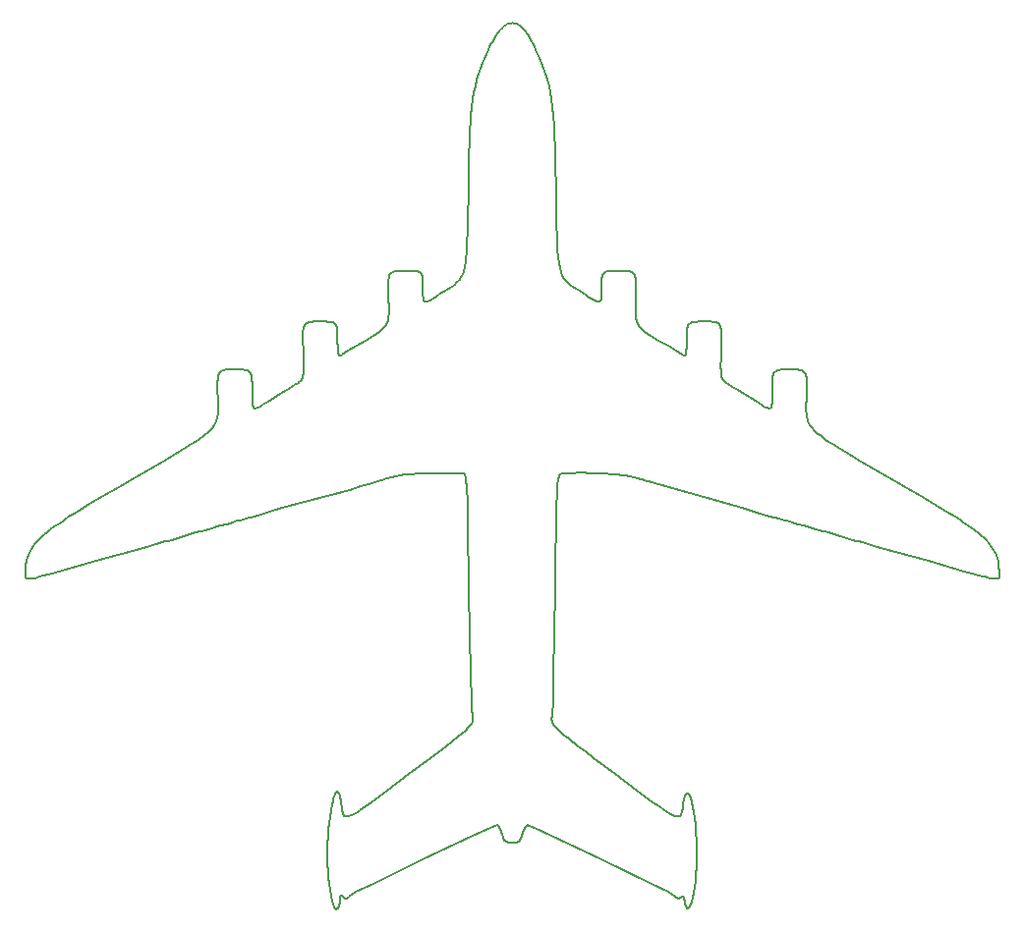
<source format=gbr>
G04 #@! TF.GenerationSoftware,KiCad,Pcbnew,(6.99.0-2452-gdb4f2d9dd8)*
G04 #@! TF.CreationDate,2022-07-29T13:50:10-05:00*
G04 #@! TF.ProjectId,an225,616e3232-352e-46b6-9963-61645f706362,rev?*
G04 #@! TF.SameCoordinates,Original*
G04 #@! TF.FileFunction,Profile,NP*
%FSLAX46Y46*%
G04 Gerber Fmt 4.6, Leading zero omitted, Abs format (unit mm)*
G04 Created by KiCad (PCBNEW (6.99.0-2452-gdb4f2d9dd8)) date 2022-07-29 13:50:10*
%MOMM*%
%LPD*%
G01*
G04 APERTURE LIST*
G04 #@! TA.AperFunction,Profile*
%ADD10C,0.150000*%
G04 #@! TD*
G04 APERTURE END LIST*
D10*
X120025570Y-45922147D02*
X120152004Y-45949285D01*
X120278535Y-45994515D01*
X120405210Y-46057837D01*
X120532076Y-46139251D01*
X120659183Y-46238757D01*
X120786578Y-46356355D01*
X120914309Y-46492044D01*
X121042425Y-46645826D01*
X121170972Y-46817700D01*
X121300000Y-47007666D01*
X121429556Y-47215724D01*
X121559688Y-47441874D01*
X121690444Y-47686115D01*
X121821873Y-47948449D01*
X121954022Y-48228875D01*
X122202201Y-48782508D01*
X122423433Y-49306132D01*
X122619469Y-49812235D01*
X122792061Y-50313302D01*
X122942959Y-50821821D01*
X123073915Y-51350278D01*
X123186680Y-51911160D01*
X123283004Y-52516953D01*
X123364640Y-53180145D01*
X123433338Y-53913221D01*
X123490849Y-54728670D01*
X123538924Y-55638976D01*
X123579314Y-56656627D01*
X123613772Y-57794110D01*
X123671890Y-60478518D01*
X123719410Y-62900268D01*
X123776153Y-64733590D01*
X123814785Y-65460465D01*
X123863884Y-66077282D01*
X123926172Y-66596391D01*
X124004367Y-67030141D01*
X124101192Y-67390881D01*
X124219366Y-67690962D01*
X124361611Y-67942733D01*
X124530645Y-68158543D01*
X124729191Y-68350743D01*
X124959969Y-68531681D01*
X125529101Y-68909173D01*
X126238318Y-69361760D01*
X126522302Y-69538913D01*
X126763785Y-69682753D01*
X126966202Y-69792864D01*
X127132990Y-69868830D01*
X127204097Y-69893879D01*
X127267586Y-69910236D01*
X127323885Y-69917849D01*
X127373424Y-69916666D01*
X127416634Y-69906636D01*
X127453943Y-69887705D01*
X127485780Y-69859823D01*
X127512576Y-69822938D01*
X127534761Y-69776997D01*
X127552762Y-69721948D01*
X127567011Y-69657741D01*
X127577936Y-69584322D01*
X127591534Y-69409642D01*
X127596993Y-69197494D01*
X127597237Y-68659131D01*
X127600195Y-68204033D01*
X127607220Y-68019907D01*
X127620902Y-67862037D01*
X127630932Y-67792316D01*
X127643457Y-67728403D01*
X127658757Y-67670043D01*
X127677106Y-67616984D01*
X127698784Y-67568975D01*
X127724067Y-67525763D01*
X127753232Y-67487095D01*
X127786557Y-67452719D01*
X127824320Y-67422382D01*
X127866797Y-67395831D01*
X127914266Y-67372816D01*
X127967004Y-67353082D01*
X128025288Y-67336378D01*
X128089397Y-67322450D01*
X128159606Y-67311048D01*
X128236194Y-67301917D01*
X128409615Y-67289462D01*
X128611877Y-67283067D01*
X129111803Y-67280374D01*
X129378386Y-67280953D01*
X129611576Y-67285006D01*
X129813476Y-67296008D01*
X129903349Y-67305201D01*
X129986189Y-67317434D01*
X130062258Y-67333140D01*
X130131820Y-67352756D01*
X130195137Y-67376715D01*
X130252472Y-67405450D01*
X130304089Y-67439397D01*
X130350249Y-67478990D01*
X130391217Y-67524663D01*
X130427256Y-67576851D01*
X130458627Y-67635987D01*
X130485595Y-67702506D01*
X130508421Y-67776843D01*
X130527370Y-67859430D01*
X130542704Y-67950704D01*
X130554686Y-68051098D01*
X130563579Y-68161047D01*
X130569646Y-68280984D01*
X130574354Y-68552561D01*
X130570914Y-68869305D01*
X130548004Y-69652189D01*
X130526142Y-70437511D01*
X130525184Y-70760042D01*
X130534724Y-71042887D01*
X130557650Y-71291350D01*
X130575035Y-71404345D01*
X130596850Y-71510732D01*
X130623454Y-71611174D01*
X130655209Y-71706333D01*
X130692476Y-71796874D01*
X130735616Y-71883457D01*
X130784990Y-71966746D01*
X130840958Y-72047404D01*
X130903882Y-72126093D01*
X130974122Y-72203476D01*
X131052040Y-72280215D01*
X131137996Y-72356974D01*
X131335466Y-72513201D01*
X131569421Y-72677457D01*
X131842746Y-72855045D01*
X132519061Y-73271422D01*
X133329890Y-73761816D01*
X134022589Y-74174912D01*
X134523645Y-74467267D01*
X134679332Y-74554591D01*
X134759540Y-74595437D01*
X134769333Y-74597386D01*
X134779003Y-74595392D01*
X134788536Y-74589549D01*
X134797920Y-74579948D01*
X134807143Y-74566682D01*
X134816193Y-74549842D01*
X134825058Y-74529521D01*
X134833725Y-74505810D01*
X134850417Y-74448589D01*
X134866171Y-74378914D01*
X134880889Y-74297523D01*
X134894475Y-74205150D01*
X134906828Y-74102534D01*
X134917853Y-73990410D01*
X134927450Y-73869514D01*
X134935521Y-73740583D01*
X134941970Y-73604353D01*
X134946697Y-73461561D01*
X134949605Y-73312942D01*
X134950596Y-73159234D01*
X134953563Y-72659891D01*
X134960610Y-72457864D01*
X134974332Y-72284645D01*
X134984392Y-72208147D01*
X134996955Y-72138019D01*
X135012299Y-72073985D01*
X135030704Y-72015769D01*
X135052446Y-71963092D01*
X135077804Y-71915678D01*
X135107056Y-71873251D01*
X135140480Y-71835532D01*
X135178355Y-71802246D01*
X135220958Y-71773115D01*
X135268568Y-71747861D01*
X135321463Y-71726209D01*
X135379921Y-71707881D01*
X135444220Y-71692599D01*
X135514639Y-71680088D01*
X135591454Y-71670070D01*
X135765391Y-71656404D01*
X135968255Y-71649387D01*
X136469667Y-71646432D01*
X136737042Y-71647043D01*
X136970913Y-71651316D01*
X137173381Y-71662914D01*
X137263495Y-71672605D01*
X137346545Y-71685500D01*
X137422794Y-71702059D01*
X137492505Y-71722737D01*
X137555940Y-71747994D01*
X137613361Y-71778287D01*
X137665031Y-71814074D01*
X137711212Y-71855813D01*
X137752168Y-71903961D01*
X137788160Y-71958977D01*
X137819450Y-72021318D01*
X137846302Y-72091443D01*
X137868978Y-72169808D01*
X137887740Y-72256872D01*
X137902851Y-72353092D01*
X137914573Y-72458927D01*
X137923169Y-72574834D01*
X137928901Y-72701272D01*
X137932823Y-72987568D01*
X137928441Y-73321478D01*
X137903158Y-74146792D01*
X137876936Y-74973305D01*
X137870316Y-75310060D01*
X137869883Y-75601895D01*
X137877028Y-75853372D01*
X137893146Y-76069050D01*
X137919631Y-76253491D01*
X137957874Y-76411256D01*
X138009270Y-76546905D01*
X138040335Y-76607862D01*
X138075211Y-76665000D01*
X138157092Y-76770101D01*
X138256306Y-76866769D01*
X138374246Y-76959564D01*
X138512305Y-77053049D01*
X138854355Y-77260327D01*
X139338513Y-77550486D01*
X139890341Y-77887248D01*
X140441888Y-78228838D01*
X140925204Y-78533480D01*
X141388080Y-78826718D01*
X141574487Y-78938518D01*
X141733727Y-79024981D01*
X141803827Y-79058212D01*
X141867937Y-79084512D01*
X141926324Y-79103681D01*
X141979256Y-79115519D01*
X142026999Y-79119828D01*
X142069822Y-79116408D01*
X142107992Y-79105060D01*
X142141775Y-79085585D01*
X142171440Y-79057784D01*
X142197254Y-79021457D01*
X142219483Y-78976405D01*
X142238396Y-78922429D01*
X142254260Y-78859331D01*
X142267341Y-78786909D01*
X142277908Y-78704967D01*
X142286228Y-78613303D01*
X142297194Y-78400017D01*
X142302379Y-78145457D01*
X142303961Y-77506144D01*
X142306935Y-76937273D01*
X142313998Y-76707116D01*
X142327751Y-76509778D01*
X142337834Y-76422628D01*
X142350426Y-76342735D01*
X142365806Y-76269785D01*
X142384253Y-76203463D01*
X142406045Y-76143451D01*
X142431461Y-76089436D01*
X142460781Y-76041101D01*
X142494282Y-75998131D01*
X142532244Y-75960209D01*
X142574945Y-75927022D01*
X142622665Y-75898252D01*
X142675682Y-75873585D01*
X142734274Y-75852705D01*
X142798721Y-75835295D01*
X142869302Y-75821042D01*
X142946294Y-75809629D01*
X143120631Y-75794061D01*
X143323962Y-75786066D01*
X143826529Y-75782700D01*
X144094515Y-75783333D01*
X144328901Y-75787760D01*
X144531773Y-75799776D01*
X144622042Y-75809816D01*
X144705214Y-75823176D01*
X144781550Y-75840331D01*
X144851310Y-75861755D01*
X144914756Y-75887922D01*
X144972147Y-75919307D01*
X145023744Y-75956383D01*
X145069809Y-75999626D01*
X145110601Y-76049510D01*
X145146381Y-76106508D01*
X145177410Y-76171096D01*
X145203949Y-76243747D01*
X145226257Y-76324936D01*
X145244597Y-76415138D01*
X145259228Y-76514826D01*
X145270411Y-76624475D01*
X145278406Y-76744559D01*
X145283475Y-76875552D01*
X145285875Y-77172165D01*
X145279696Y-77518109D01*
X145249940Y-78373164D01*
X145234232Y-78830147D01*
X145231178Y-79236184D01*
X145237625Y-79423150D01*
X145251108Y-79601042D01*
X145272921Y-79771081D01*
X145304353Y-79934489D01*
X145346696Y-80092486D01*
X145401242Y-80246293D01*
X145469281Y-80397131D01*
X145552105Y-80546222D01*
X145651006Y-80694785D01*
X145767273Y-80844042D01*
X145902200Y-80995215D01*
X146057076Y-81149523D01*
X146233194Y-81308188D01*
X146431844Y-81472432D01*
X146654318Y-81643473D01*
X146901907Y-81822535D01*
X147175902Y-82010838D01*
X147477594Y-82209602D01*
X148169237Y-82643400D01*
X148987166Y-83133696D01*
X149941709Y-83690258D01*
X152301964Y-85041252D01*
X155125516Y-86670031D01*
X157338623Y-88002224D01*
X158238795Y-88576478D01*
X159013399Y-89099839D01*
X159671448Y-89580057D01*
X160221958Y-90024884D01*
X160673942Y-90442072D01*
X161036415Y-90839370D01*
X161318392Y-91224531D01*
X161528886Y-91605305D01*
X161676912Y-91989443D01*
X161771484Y-92384697D01*
X161821617Y-92798818D01*
X161836325Y-93239557D01*
X161837905Y-93319132D01*
X161841675Y-93393928D01*
X161849982Y-93528284D01*
X161851612Y-93587394D01*
X161849625Y-93640827D01*
X161842568Y-93688359D01*
X161836685Y-93709841D01*
X161828989Y-93729763D01*
X161819300Y-93748098D01*
X161807435Y-93764817D01*
X161793214Y-93779892D01*
X161776455Y-93793295D01*
X161756975Y-93804998D01*
X161734595Y-93814973D01*
X161709132Y-93823192D01*
X161680404Y-93829626D01*
X161648230Y-93834248D01*
X161612430Y-93837030D01*
X161529219Y-93836961D01*
X161429321Y-93829193D01*
X161311283Y-93813503D01*
X161173652Y-93789666D01*
X161014976Y-93757456D01*
X160833803Y-93716651D01*
X160628681Y-93667025D01*
X160398158Y-93608353D01*
X160140781Y-93540412D01*
X159539657Y-93375821D01*
X158813691Y-93171458D01*
X157951265Y-92925524D01*
X155770563Y-92301764D01*
X151650104Y-91132474D01*
X149791061Y-90616525D01*
X149713576Y-90598026D01*
X149588052Y-90564698D01*
X149219107Y-90461066D01*
X148736658Y-90320656D01*
X148193136Y-90158496D01*
X147648777Y-89996215D01*
X147164046Y-89855471D01*
X146791724Y-89751342D01*
X146584592Y-89698910D01*
X146506191Y-89680454D01*
X146382168Y-89647850D01*
X146022669Y-89547450D01*
X145556916Y-89412222D01*
X145035730Y-89256679D01*
X144500776Y-89097309D01*
X143997520Y-88951671D01*
X143582510Y-88835863D01*
X143312300Y-88765988D01*
X142893823Y-88653157D01*
X142075123Y-88420402D01*
X140974405Y-88101684D01*
X139709874Y-87730961D01*
X131914969Y-85481351D01*
X131877612Y-85475230D01*
X131836732Y-85467054D01*
X131744988Y-85445265D01*
X131640909Y-85417436D01*
X131525669Y-85385020D01*
X131266396Y-85312237D01*
X131124710Y-85274774D01*
X130976553Y-85238534D01*
X130706890Y-85156499D01*
X130382980Y-85080470D01*
X130012202Y-85010621D01*
X129601932Y-84947127D01*
X128692437Y-84839906D01*
X127713522Y-84760206D01*
X126724215Y-84709426D01*
X125783544Y-84688966D01*
X124950537Y-84700227D01*
X124592854Y-84718190D01*
X124284222Y-84744607D01*
X124233750Y-84744911D01*
X124186410Y-84747034D01*
X124163875Y-84749346D01*
X124142077Y-84752796D01*
X124121000Y-84757611D01*
X124100628Y-84764019D01*
X124080947Y-84772246D01*
X124061940Y-84782520D01*
X124043592Y-84795069D01*
X124025888Y-84810120D01*
X124008812Y-84827901D01*
X123992349Y-84848639D01*
X123976483Y-84872562D01*
X123961200Y-84899897D01*
X123946482Y-84930871D01*
X123932316Y-84965713D01*
X123918685Y-85004649D01*
X123905574Y-85047907D01*
X123892968Y-85095715D01*
X123880851Y-85148299D01*
X123869208Y-85205889D01*
X123858023Y-85268710D01*
X123847281Y-85336990D01*
X123836966Y-85410957D01*
X123817557Y-85576862D01*
X123799671Y-85768244D01*
X123783186Y-85986924D01*
X123767977Y-86234720D01*
X123753921Y-86513452D01*
X123740895Y-86824941D01*
X123728774Y-87171006D01*
X123717435Y-87553467D01*
X123706755Y-87974144D01*
X123696609Y-88434857D01*
X123686875Y-88937425D01*
X123668145Y-90075406D01*
X123649575Y-91402646D01*
X123608961Y-94683137D01*
X123550697Y-98615816D01*
X123480581Y-101976723D01*
X123407436Y-104409087D01*
X123340085Y-105556137D01*
X123315199Y-105721651D01*
X123306559Y-105798543D01*
X123301783Y-105872777D01*
X123301868Y-105945292D01*
X123307810Y-106017028D01*
X123320606Y-106088923D01*
X123329886Y-106125223D01*
X123341253Y-106161916D01*
X123354832Y-106199118D01*
X123370748Y-106236947D01*
X123389124Y-106275520D01*
X123410087Y-106314955D01*
X123460267Y-106396879D01*
X123522285Y-106483658D01*
X123597137Y-106576231D01*
X123685821Y-106675538D01*
X123789333Y-106782517D01*
X123908669Y-106898108D01*
X124044827Y-107023250D01*
X124198803Y-107158882D01*
X124371594Y-107305943D01*
X124564196Y-107465372D01*
X124777607Y-107638108D01*
X125012823Y-107825091D01*
X125270840Y-108027260D01*
X125552657Y-108245553D01*
X126191672Y-108734271D01*
X126937841Y-109298758D01*
X128783540Y-110685090D01*
X130629930Y-112066874D01*
X132019948Y-113088232D01*
X132565047Y-113474005D01*
X133021528Y-113781975D01*
X133397883Y-114016243D01*
X133702604Y-114180911D01*
X133944182Y-114280079D01*
X134043946Y-114306382D01*
X134131109Y-114317848D01*
X134206732Y-114314989D01*
X134271877Y-114298319D01*
X134327605Y-114268350D01*
X134374977Y-114225594D01*
X134415056Y-114170564D01*
X134448901Y-114103774D01*
X134502142Y-113936959D01*
X134580536Y-113484750D01*
X134614538Y-113268985D01*
X134649923Y-113075626D01*
X134686579Y-112904411D01*
X134724396Y-112755079D01*
X134763264Y-112627366D01*
X134803072Y-112521012D01*
X134843711Y-112435755D01*
X134885069Y-112371332D01*
X134927037Y-112327482D01*
X134969503Y-112303943D01*
X134990889Y-112299708D01*
X135012359Y-112300453D01*
X135055492Y-112316750D01*
X135098794Y-112352572D01*
X135142153Y-112407657D01*
X135185460Y-112481744D01*
X135228604Y-112574571D01*
X135271474Y-112685875D01*
X135313961Y-112815395D01*
X135355953Y-112962868D01*
X135397341Y-113128034D01*
X135477862Y-113510394D01*
X135554640Y-113960379D01*
X135626794Y-114475895D01*
X135693441Y-115054845D01*
X135753696Y-115695136D01*
X135806679Y-116394671D01*
X135831924Y-116953316D01*
X135835860Y-117534943D01*
X135820559Y-118128291D01*
X135788094Y-118722098D01*
X135740540Y-119305103D01*
X135679969Y-119866043D01*
X135608455Y-120393656D01*
X135528070Y-120876681D01*
X135440889Y-121303856D01*
X135348984Y-121663920D01*
X135254429Y-121945610D01*
X135159297Y-122137664D01*
X135112162Y-122196558D01*
X135065660Y-122228821D01*
X135020051Y-122233043D01*
X134975594Y-122207818D01*
X134932547Y-122151738D01*
X134891170Y-122063395D01*
X134814462Y-121784289D01*
X134794130Y-121690736D01*
X134773378Y-121605475D01*
X134752176Y-121528464D01*
X134730493Y-121459663D01*
X134708297Y-121399029D01*
X134685558Y-121346521D01*
X134662245Y-121302098D01*
X134638327Y-121265719D01*
X134626131Y-121250532D01*
X134613772Y-121237341D01*
X134601246Y-121226139D01*
X134588550Y-121216923D01*
X134575678Y-121209686D01*
X134562629Y-121204424D01*
X134549397Y-121201132D01*
X134535979Y-121199803D01*
X134522370Y-121200433D01*
X134508568Y-121203017D01*
X134494568Y-121207550D01*
X134480366Y-121214027D01*
X134465958Y-121222441D01*
X134451341Y-121232788D01*
X134421463Y-121259262D01*
X134406330Y-121273878D01*
X134391242Y-121287412D01*
X134376195Y-121299862D01*
X134361184Y-121311227D01*
X134346204Y-121321507D01*
X134331250Y-121330701D01*
X134316319Y-121338809D01*
X134301403Y-121345829D01*
X134286500Y-121351762D01*
X134271605Y-121356605D01*
X134256711Y-121360360D01*
X134241815Y-121363024D01*
X134226913Y-121364597D01*
X134211998Y-121365078D01*
X134197066Y-121364467D01*
X134182113Y-121362763D01*
X134167134Y-121359966D01*
X134152123Y-121356073D01*
X134137077Y-121351086D01*
X134121990Y-121345003D01*
X134106857Y-121337823D01*
X134091674Y-121329545D01*
X134076437Y-121320170D01*
X134061139Y-121309696D01*
X134045776Y-121298122D01*
X134030345Y-121285448D01*
X134014839Y-121271673D01*
X133999254Y-121256796D01*
X133983585Y-121240817D01*
X133967827Y-121223735D01*
X133951976Y-121205548D01*
X133936027Y-121186258D01*
X133336388Y-120842537D01*
X131894342Y-120112373D01*
X127597768Y-118025651D01*
X123275782Y-115991973D01*
X121801971Y-115328113D01*
X121157861Y-115077218D01*
X121149476Y-115078195D01*
X121140643Y-115081093D01*
X121131386Y-115085864D01*
X121121728Y-115092461D01*
X121111693Y-115100836D01*
X121101306Y-115110941D01*
X121090589Y-115122727D01*
X121079568Y-115136148D01*
X121068265Y-115151155D01*
X121056704Y-115167700D01*
X121032907Y-115205215D01*
X121008367Y-115248309D01*
X120983274Y-115296599D01*
X120957820Y-115349704D01*
X120932195Y-115407238D01*
X120906591Y-115468821D01*
X120881198Y-115534069D01*
X120856207Y-115602598D01*
X120831810Y-115674027D01*
X120808196Y-115747972D01*
X120785557Y-115824051D01*
X120752298Y-115935195D01*
X120719145Y-116035167D01*
X120685444Y-116124518D01*
X120650539Y-116203801D01*
X120632431Y-116239839D01*
X120613775Y-116273567D01*
X120594491Y-116305055D01*
X120574496Y-116334370D01*
X120553708Y-116361582D01*
X120532046Y-116386761D01*
X120509428Y-116409975D01*
X120485771Y-116431293D01*
X120460994Y-116450784D01*
X120435015Y-116468517D01*
X120407752Y-116484561D01*
X120379123Y-116498986D01*
X120349045Y-116511860D01*
X120317438Y-116523253D01*
X120284219Y-116533233D01*
X120249306Y-116541869D01*
X120212617Y-116549231D01*
X120174071Y-116555387D01*
X120091077Y-116564359D01*
X119999670Y-116569337D01*
X119899194Y-116570874D01*
X119798718Y-116569337D01*
X119707311Y-116564359D01*
X119624317Y-116555387D01*
X119585771Y-116549231D01*
X119549082Y-116541869D01*
X119514169Y-116533233D01*
X119480950Y-116523253D01*
X119449342Y-116511860D01*
X119419265Y-116498986D01*
X119390635Y-116484561D01*
X119363372Y-116468517D01*
X119337392Y-116450784D01*
X119312615Y-116431293D01*
X119288958Y-116409975D01*
X119266340Y-116386761D01*
X119244678Y-116361582D01*
X119223891Y-116334370D01*
X119203896Y-116305055D01*
X119184611Y-116273567D01*
X119165956Y-116239839D01*
X119147847Y-116203801D01*
X119112942Y-116124518D01*
X119079242Y-116035167D01*
X119046090Y-115935195D01*
X119012831Y-115824051D01*
X118990192Y-115747972D01*
X118966579Y-115674027D01*
X118942181Y-115602598D01*
X118917190Y-115534069D01*
X118891797Y-115468821D01*
X118866193Y-115407238D01*
X118840568Y-115349704D01*
X118815114Y-115296599D01*
X118790021Y-115248309D01*
X118765480Y-115205215D01*
X118741682Y-115167700D01*
X118718819Y-115136148D01*
X118697080Y-115110941D01*
X118676657Y-115092461D01*
X118657741Y-115081093D01*
X118648908Y-115078195D01*
X118640523Y-115077218D01*
X117996414Y-115328113D01*
X116522605Y-115991973D01*
X112200620Y-118025651D01*
X107904046Y-120112373D01*
X106462000Y-120842537D01*
X105862361Y-121186258D01*
X105827524Y-121227743D01*
X105810621Y-121246509D01*
X105794026Y-121263961D01*
X105777712Y-121280100D01*
X105761651Y-121294930D01*
X105745819Y-121308451D01*
X105730186Y-121320667D01*
X105714727Y-121331579D01*
X105699415Y-121341189D01*
X105684222Y-121349499D01*
X105669123Y-121356513D01*
X105654090Y-121362231D01*
X105639096Y-121366657D01*
X105624115Y-121369791D01*
X105609119Y-121371637D01*
X105594082Y-121372196D01*
X105578977Y-121371471D01*
X105563777Y-121369464D01*
X105548456Y-121366177D01*
X105532985Y-121361612D01*
X105517340Y-121355771D01*
X105501492Y-121348656D01*
X105485415Y-121340270D01*
X105469082Y-121330615D01*
X105452466Y-121319692D01*
X105435540Y-121307505D01*
X105418278Y-121294054D01*
X105400653Y-121279343D01*
X105382638Y-121263374D01*
X105345328Y-121227667D01*
X105308724Y-121192357D01*
X105291609Y-121176896D01*
X105275266Y-121162909D01*
X105259681Y-121150406D01*
X105244841Y-121139397D01*
X105230731Y-121129890D01*
X105217336Y-121121895D01*
X105204644Y-121115422D01*
X105192639Y-121110480D01*
X105181308Y-121107078D01*
X105170637Y-121105225D01*
X105160611Y-121104932D01*
X105151217Y-121106207D01*
X105142441Y-121109059D01*
X105134267Y-121113499D01*
X105126683Y-121119534D01*
X105119674Y-121127176D01*
X105113226Y-121136433D01*
X105107326Y-121147314D01*
X105101958Y-121159829D01*
X105097109Y-121173987D01*
X105092764Y-121189798D01*
X105088911Y-121207271D01*
X105085534Y-121226415D01*
X105082619Y-121247240D01*
X105080153Y-121269755D01*
X105078121Y-121293969D01*
X105075304Y-121347533D01*
X105074055Y-121408008D01*
X105068835Y-121540547D01*
X105055879Y-121665656D01*
X105036037Y-121782301D01*
X105010158Y-121889450D01*
X104979094Y-121986071D01*
X104943693Y-122071132D01*
X104904805Y-122143600D01*
X104884320Y-122174789D01*
X104863282Y-122202443D01*
X104841797Y-122226432D01*
X104819972Y-122246628D01*
X104797913Y-122262902D01*
X104775726Y-122275124D01*
X104753517Y-122283166D01*
X104731393Y-122286899D01*
X104709460Y-122286192D01*
X104687824Y-122280919D01*
X104666591Y-122270948D01*
X104645869Y-122256152D01*
X104625762Y-122236401D01*
X104606377Y-122211567D01*
X104587820Y-122181519D01*
X104570198Y-122146130D01*
X104553617Y-122105270D01*
X104538183Y-122058810D01*
X104538183Y-122058819D01*
X104418959Y-121620035D01*
X104314018Y-121146865D01*
X104223435Y-120643568D01*
X104147282Y-120114400D01*
X104085635Y-119563620D01*
X104038566Y-118995485D01*
X104006151Y-118414254D01*
X103988462Y-117824183D01*
X103985574Y-117229530D01*
X103997561Y-116634554D01*
X104024497Y-116043513D01*
X104066455Y-115460662D01*
X104123511Y-114890262D01*
X104195736Y-114336569D01*
X104283207Y-113803840D01*
X104385995Y-113296335D01*
X104450705Y-113020000D01*
X104512713Y-112781852D01*
X104572234Y-112581939D01*
X104629485Y-112420311D01*
X104657326Y-112353870D01*
X104684680Y-112297017D01*
X104711574Y-112249760D01*
X104738035Y-112212105D01*
X104764091Y-112184057D01*
X104789767Y-112165624D01*
X104815091Y-112156810D01*
X104840090Y-112157622D01*
X104864791Y-112168067D01*
X104889220Y-112188150D01*
X104913406Y-112217877D01*
X104937374Y-112257255D01*
X104961151Y-112306289D01*
X104984766Y-112364986D01*
X105031612Y-112511393D01*
X105078127Y-112696524D01*
X105124529Y-112920428D01*
X105171031Y-113183154D01*
X105217850Y-113484750D01*
X105255197Y-113729252D01*
X105274728Y-113837962D01*
X105296245Y-113936962D01*
X105320811Y-114025738D01*
X105349486Y-114103778D01*
X105383332Y-114170569D01*
X105402526Y-114199586D01*
X105423410Y-114225599D01*
X105446118Y-114248544D01*
X105470783Y-114268356D01*
X105497536Y-114284971D01*
X105526511Y-114298325D01*
X105557840Y-114308355D01*
X105591655Y-114314996D01*
X105628091Y-114318184D01*
X105667279Y-114317854D01*
X105709351Y-114313944D01*
X105754442Y-114306389D01*
X105802682Y-114295124D01*
X105854206Y-114280086D01*
X105967633Y-114238433D01*
X106095784Y-114180918D01*
X106239721Y-114107028D01*
X106400505Y-114016251D01*
X106579198Y-113908073D01*
X106776860Y-113781983D01*
X106994554Y-113637467D01*
X107233342Y-113474013D01*
X107494283Y-113291108D01*
X107778441Y-113088239D01*
X108420649Y-112620562D01*
X109168459Y-112066880D01*
X111014848Y-110685095D01*
X112860547Y-109298761D01*
X114245732Y-108245555D01*
X115234192Y-107465373D01*
X115599586Y-107158883D01*
X115889719Y-106898109D01*
X116112568Y-106675538D01*
X116276104Y-106483658D01*
X116388302Y-106314955D01*
X116457135Y-106161916D01*
X116490579Y-106017028D01*
X116496605Y-105872777D01*
X116458304Y-105556137D01*
X116425904Y-105165574D01*
X116390952Y-104409087D01*
X116317806Y-101976724D01*
X116247689Y-98615818D01*
X116189425Y-94683142D01*
X116111812Y-88937429D01*
X116070624Y-87171011D01*
X116017596Y-85986928D01*
X115945039Y-85268714D01*
X115899035Y-85047912D01*
X115845266Y-84899901D01*
X115782770Y-84810125D01*
X115710586Y-84764023D01*
X115533312Y-84744612D01*
X114670522Y-84719220D01*
X113771990Y-84707566D01*
X112858995Y-84715229D01*
X111952816Y-84747786D01*
X111074731Y-84810817D01*
X110652874Y-84855504D01*
X110246020Y-84909900D01*
X109856830Y-84974704D01*
X109487962Y-85050613D01*
X109142077Y-85138324D01*
X108821835Y-85238534D01*
X108685823Y-85291851D01*
X108545336Y-85343518D01*
X108404421Y-85392264D01*
X108267126Y-85436823D01*
X108137497Y-85475925D01*
X108019582Y-85508301D01*
X107917428Y-85532684D01*
X107835082Y-85547804D01*
X106858178Y-85849596D01*
X105885640Y-86133955D01*
X103949836Y-86668727D01*
X102020013Y-87188829D01*
X100088512Y-87730966D01*
X97723262Y-88420404D01*
X96904563Y-88653159D01*
X96486088Y-88765988D01*
X96372617Y-88794179D01*
X96215877Y-88835866D01*
X95800865Y-88951674D01*
X95297604Y-89097312D01*
X94762645Y-89256679D01*
X94241462Y-89412222D01*
X93775709Y-89547450D01*
X93416209Y-89647850D01*
X93213783Y-89698910D01*
X93134164Y-89717722D01*
X93006650Y-89751342D01*
X92634326Y-89855471D01*
X92149594Y-89996215D01*
X91605234Y-90158496D01*
X91061712Y-90320656D01*
X90579263Y-90461066D01*
X90210318Y-90564698D01*
X90007309Y-90616525D01*
X89458566Y-90765185D01*
X88148265Y-91132476D01*
X84027803Y-92301764D01*
X80258710Y-93375821D01*
X79169686Y-93667025D01*
X78783391Y-93757456D01*
X78487085Y-93813503D01*
X78269149Y-93836961D01*
X78117965Y-93829626D01*
X78021914Y-93793295D01*
X77969380Y-93729763D01*
X77948744Y-93640827D01*
X77948388Y-93528284D01*
X77962045Y-93239557D01*
X77965534Y-93015376D01*
X77976753Y-92798818D01*
X77996828Y-92588915D01*
X78026886Y-92384697D01*
X78068054Y-92185196D01*
X78121458Y-91989443D01*
X78188226Y-91796469D01*
X78269485Y-91605305D01*
X78366360Y-91414982D01*
X78479979Y-91224531D01*
X78611469Y-91032983D01*
X78761956Y-90839370D01*
X78932567Y-90642723D01*
X79124429Y-90442072D01*
X79338669Y-90236449D01*
X79576414Y-90024884D01*
X79838790Y-89806410D01*
X80126924Y-89580057D01*
X80441943Y-89344856D01*
X80784974Y-89099839D01*
X81157143Y-88844036D01*
X81559577Y-88576478D01*
X82459749Y-88002224D01*
X83494504Y-87369326D01*
X84672855Y-86670031D01*
X86003818Y-85896591D01*
X87496406Y-85041252D01*
X89856661Y-83690258D01*
X91629133Y-82643400D01*
X92320776Y-82209602D01*
X92896464Y-81822535D01*
X93366526Y-81472432D01*
X93741294Y-81149523D01*
X94031097Y-80844042D01*
X94246265Y-80546222D01*
X94397128Y-80246293D01*
X94494017Y-79934489D01*
X94547262Y-79601042D01*
X94567192Y-79236184D01*
X94548430Y-78373164D01*
X94518674Y-77518109D01*
X94512495Y-77172165D01*
X94514895Y-76875552D01*
X94527960Y-76624475D01*
X94553773Y-76415138D01*
X94572113Y-76324936D01*
X94594421Y-76243747D01*
X94620960Y-76171096D01*
X94651989Y-76106508D01*
X94687769Y-76049510D01*
X94728561Y-75999626D01*
X94774626Y-75956383D01*
X94826223Y-75919307D01*
X94883614Y-75887922D01*
X94947060Y-75861755D01*
X95016820Y-75840331D01*
X95093156Y-75823176D01*
X95266597Y-75799776D01*
X95469469Y-75787760D01*
X95971841Y-75782700D01*
X96474408Y-75786066D01*
X96677739Y-75794061D01*
X96852076Y-75809629D01*
X96929068Y-75821042D01*
X96999649Y-75835295D01*
X97064096Y-75852705D01*
X97122688Y-75873585D01*
X97175705Y-75898252D01*
X97223425Y-75927022D01*
X97266126Y-75960209D01*
X97304088Y-75998131D01*
X97337589Y-76041101D01*
X97366909Y-76089436D01*
X97392325Y-76143451D01*
X97414117Y-76203463D01*
X97432564Y-76269785D01*
X97447944Y-76342735D01*
X97460536Y-76422628D01*
X97470619Y-76509778D01*
X97484373Y-76707116D01*
X97491435Y-76937273D01*
X97494409Y-77506144D01*
X97495991Y-78145457D01*
X97501176Y-78400017D01*
X97512142Y-78613303D01*
X97531028Y-78786909D01*
X97544109Y-78859331D01*
X97559973Y-78922429D01*
X97578885Y-78976405D01*
X97601115Y-79021457D01*
X97626928Y-79057784D01*
X97656593Y-79085585D01*
X97690376Y-79105060D01*
X97728546Y-79116408D01*
X97771368Y-79119828D01*
X97819112Y-79115519D01*
X97872044Y-79103681D01*
X97930431Y-79084512D01*
X97994540Y-79058212D01*
X98064640Y-79024981D01*
X98223880Y-78938518D01*
X98410288Y-78826718D01*
X98873163Y-78533480D01*
X99356480Y-78228839D01*
X99908027Y-77887249D01*
X100459853Y-77550487D01*
X100944011Y-77260327D01*
X101126489Y-77151783D01*
X101286061Y-77053049D01*
X101357693Y-77005935D01*
X101424121Y-76959564D01*
X101485518Y-76913365D01*
X101542061Y-76866769D01*
X101593921Y-76819204D01*
X101641274Y-76770101D01*
X101684295Y-76718890D01*
X101723156Y-76665000D01*
X101758032Y-76607862D01*
X101789098Y-76546905D01*
X101816527Y-76481560D01*
X101840493Y-76411256D01*
X101861172Y-76335423D01*
X101878737Y-76253491D01*
X101893361Y-76164890D01*
X101905221Y-76069050D01*
X101914488Y-75965400D01*
X101921339Y-75853372D01*
X101925946Y-75732393D01*
X101928484Y-75601895D01*
X101928050Y-75310060D01*
X101921431Y-74973305D01*
X101895207Y-74146792D01*
X101869925Y-73321479D01*
X101865542Y-72987569D01*
X101869465Y-72701273D01*
X101883793Y-72458929D01*
X101910625Y-72256874D01*
X101929387Y-72169810D01*
X101952063Y-72091445D01*
X101978915Y-72021320D01*
X102010206Y-71958979D01*
X102046198Y-71903963D01*
X102087153Y-71855815D01*
X102133335Y-71814076D01*
X102185005Y-71778289D01*
X102242426Y-71747996D01*
X102305861Y-71722739D01*
X102375571Y-71702061D01*
X102451821Y-71685503D01*
X102624985Y-71662916D01*
X102827452Y-71651318D01*
X103328699Y-71646435D01*
X103830110Y-71649389D01*
X104032975Y-71656407D01*
X104206911Y-71670072D01*
X104283727Y-71680090D01*
X104354145Y-71692602D01*
X104418444Y-71707883D01*
X104476902Y-71726211D01*
X104529797Y-71747863D01*
X104577407Y-71773117D01*
X104620010Y-71802248D01*
X104657885Y-71835534D01*
X104691310Y-71873253D01*
X104720562Y-71915680D01*
X104745920Y-71963094D01*
X104767662Y-72015770D01*
X104786066Y-72073987D01*
X104801411Y-72138020D01*
X104813974Y-72208148D01*
X104824034Y-72284647D01*
X104837756Y-72457865D01*
X104844802Y-72659892D01*
X104847769Y-73159234D01*
X104851668Y-73461561D01*
X104862844Y-73740583D01*
X104880513Y-73990410D01*
X104903892Y-74205150D01*
X104932196Y-74378914D01*
X104947950Y-74448589D01*
X104964642Y-74505810D01*
X104982173Y-74549842D01*
X105000446Y-74579948D01*
X105009830Y-74589549D01*
X105019363Y-74595392D01*
X105029032Y-74597386D01*
X105038826Y-74595437D01*
X105119034Y-74554591D01*
X105274721Y-74467268D01*
X105775776Y-74174913D01*
X106468476Y-73761817D01*
X107279304Y-73271425D01*
X107955621Y-72855048D01*
X108228947Y-72677460D01*
X108462902Y-72513203D01*
X108566017Y-72434417D01*
X108660373Y-72356976D01*
X108746329Y-72280217D01*
X108824246Y-72203478D01*
X108894487Y-72126095D01*
X108957411Y-72047406D01*
X109013379Y-71966748D01*
X109062753Y-71883459D01*
X109105893Y-71796876D01*
X109143160Y-71706335D01*
X109174915Y-71611176D01*
X109201519Y-71510733D01*
X109223333Y-71404347D01*
X109240718Y-71291352D01*
X109254035Y-71171087D01*
X109263644Y-71042889D01*
X109273184Y-70760043D01*
X109272225Y-70437512D01*
X109250361Y-69652189D01*
X109227452Y-68869305D01*
X109224013Y-68552561D01*
X109228721Y-68280984D01*
X109243681Y-68051098D01*
X109270997Y-67859430D01*
X109289946Y-67776843D01*
X109312773Y-67702506D01*
X109339740Y-67635987D01*
X109371112Y-67576851D01*
X109407150Y-67524663D01*
X109448118Y-67478990D01*
X109494279Y-67439397D01*
X109545895Y-67405450D01*
X109603231Y-67376715D01*
X109666548Y-67352756D01*
X109736109Y-67333140D01*
X109812179Y-67317434D01*
X109984892Y-67296008D01*
X110186792Y-67285006D01*
X110686565Y-67280374D01*
X111186491Y-67283067D01*
X111388754Y-67289462D01*
X111562175Y-67301917D01*
X111638763Y-67311048D01*
X111708973Y-67322450D01*
X111773081Y-67336378D01*
X111831366Y-67353082D01*
X111884104Y-67372816D01*
X111931573Y-67395831D01*
X111974050Y-67422382D01*
X112011813Y-67452719D01*
X112045138Y-67487095D01*
X112074303Y-67525763D01*
X112099586Y-67568975D01*
X112121264Y-67616984D01*
X112139613Y-67670043D01*
X112154913Y-67728403D01*
X112167439Y-67792316D01*
X112177469Y-67862037D01*
X112191150Y-68019907D01*
X112198175Y-68204033D01*
X112201134Y-68659131D01*
X112201377Y-69197494D01*
X112206835Y-69409642D01*
X112220433Y-69584322D01*
X112231358Y-69657741D01*
X112245607Y-69721949D01*
X112263608Y-69776997D01*
X112285792Y-69822939D01*
X112312588Y-69859824D01*
X112344426Y-69887706D01*
X112381734Y-69906636D01*
X112424944Y-69916667D01*
X112474483Y-69917850D01*
X112530782Y-69910237D01*
X112594270Y-69893880D01*
X112665377Y-69868831D01*
X112744532Y-69835142D01*
X112832165Y-69792865D01*
X113034582Y-69682754D01*
X113276065Y-69538914D01*
X113560049Y-69361760D01*
X114269266Y-68909173D01*
X114572669Y-68713708D01*
X114710073Y-68621787D01*
X114838399Y-68531681D01*
X114957987Y-68441848D01*
X115069176Y-68350743D01*
X115172308Y-68256823D01*
X115267722Y-68158543D01*
X115355759Y-68054361D01*
X115436757Y-67942733D01*
X115511058Y-67822114D01*
X115579002Y-67690962D01*
X115640928Y-67547732D01*
X115697176Y-67390881D01*
X115748087Y-67218865D01*
X115794001Y-67030141D01*
X115835257Y-66823164D01*
X115872197Y-66596391D01*
X115905159Y-66348278D01*
X115934484Y-66077282D01*
X115960512Y-65781859D01*
X115983583Y-65460465D01*
X116004038Y-65111557D01*
X116022215Y-64733590D01*
X116053101Y-63884308D01*
X116078959Y-62900268D01*
X116126480Y-60478518D01*
X116184598Y-57794110D01*
X116259445Y-55638976D01*
X116365031Y-53913221D01*
X116433729Y-53180145D01*
X116515365Y-52516953D01*
X116611689Y-51911160D01*
X116724454Y-51350278D01*
X116855410Y-50821821D01*
X117006309Y-50313302D01*
X117178901Y-49812235D01*
X117374937Y-49306132D01*
X117844348Y-48228875D01*
X117976497Y-47948449D01*
X118107925Y-47686115D01*
X118238681Y-47441874D01*
X118368813Y-47215724D01*
X118498368Y-47007666D01*
X118627396Y-46817700D01*
X118755943Y-46645826D01*
X118884058Y-46492044D01*
X119011789Y-46356355D01*
X119139184Y-46238757D01*
X119266291Y-46139251D01*
X119393157Y-46057837D01*
X119519832Y-45994515D01*
X119646362Y-45949285D01*
X119772797Y-45922147D01*
X119899183Y-45913101D01*
X120025570Y-45922147D01*
M02*

</source>
